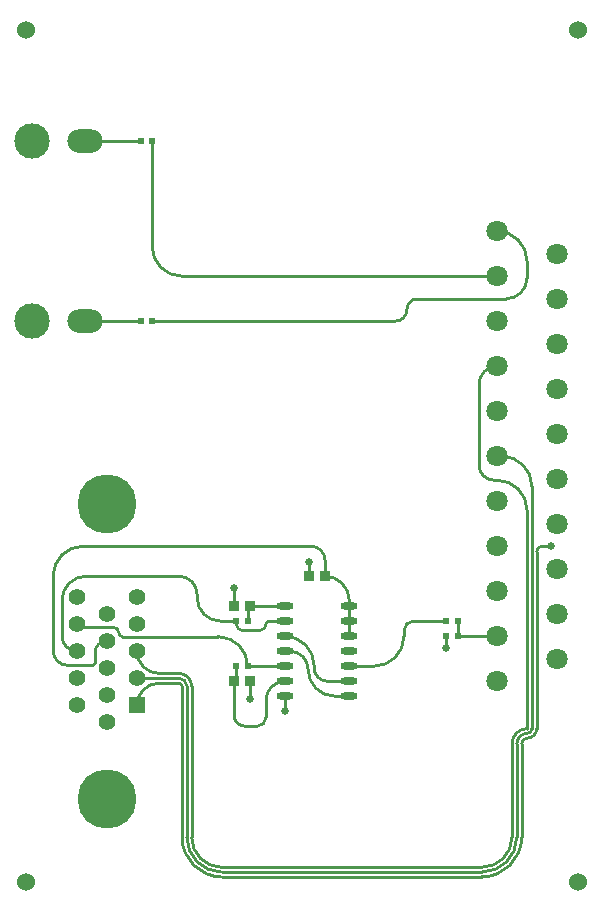
<source format=gtl>
G04*
G04 #@! TF.GenerationSoftware,Altium Limited,Altium Designer,18.1.7 (191)*
G04*
G04 Layer_Physical_Order=1*
G04 Layer_Color=255*
%FSLAX25Y25*%
%MOIN*%
G70*
G01*
G75*
%ADD27C,0.01000*%
%ADD28R,0.02165X0.02165*%
%ADD29R,0.03347X0.03740*%
%ADD30O,0.05709X0.02362*%
%ADD31R,0.05512X0.05512*%
%ADD32C,0.05512*%
%ADD33C,0.06000*%
%ADD34C,0.07087*%
%ADD35C,0.19685*%
%ADD36O,0.11811X0.07874*%
%ADD37C,0.11811*%
%ADD38C,0.02500*%
D27*
X94272Y75000D02*
G03*
X88000Y68728I0J-6272D01*
G01*
X85000Y60000D02*
G03*
X88000Y63000I0J3000D01*
G01*
X77342Y63657D02*
G03*
X81000Y60000I3658J0D01*
G01*
X77342Y75000D02*
G03*
X78130Y75787I0J787D01*
G01*
X27000Y120000D02*
G03*
X17000Y110000I0J-10000D01*
G01*
X115728Y101929D02*
G03*
X107658Y110000I-8071J0D01*
G01*
Y115342D02*
G03*
X103000Y120000I-4657J0D01*
G01*
X35000Y88504D02*
G03*
X31000Y84504I0J-4000D01*
G01*
X17000Y85272D02*
G03*
X22000Y80272I5000J0D01*
G01*
X30272D02*
G03*
X31000Y81000I0J728D01*
G01*
X175000Y215000D02*
G03*
X165000Y225000I-10000J0D01*
G01*
X168000Y202461D02*
G03*
X175000Y209461I0J7000D01*
G01*
X138461Y202461D02*
G03*
X135000Y199000I0J-3461D01*
G01*
X131000Y195000D02*
G03*
X135000Y199000I0J4000D01*
G01*
X50000Y220000D02*
G03*
X60000Y210000I10000J0D01*
G01*
X78130Y93870D02*
G03*
X80000Y92000I1870J0D01*
G01*
X65000Y104000D02*
G03*
X59000Y110000I-6000J0D01*
G01*
X65000Y102901D02*
G03*
X72901Y95000I7901J0D01*
G01*
X28000Y110000D02*
G03*
X20000Y102000I0J-8000D01*
G01*
Y90000D02*
G03*
X25000Y85000I5000J0D01*
G01*
X81870Y80000D02*
G03*
X72000Y89870I-9870J0D01*
G01*
X25000Y94016D02*
G03*
X26016Y93000I1016J0D01*
G01*
X39000Y91000D02*
G03*
X40130Y89870I1130J0D01*
G01*
X39000Y91000D02*
G03*
X37000Y93000I-2000J0D01*
G01*
X148130Y90000D02*
G03*
X148000Y89870I0J-130D01*
G01*
X137000Y95000D02*
G03*
X134000Y92000I0J-3000D01*
G01*
X124000Y80000D02*
G03*
X134000Y90000I0J10000D01*
G01*
X104000Y79488D02*
G03*
X108488Y75000I4488J0D01*
G01*
X104000Y80272D02*
G03*
X94272Y90000I-9728J0D01*
G01*
X102000Y79000D02*
G03*
X111000Y70000I9000J0D01*
G01*
X102000Y79000D02*
G03*
X96000Y85000I-6000J0D01*
G01*
X88984Y95000D02*
G03*
X88000Y94016I0J-984D01*
G01*
X85984Y92000D02*
G03*
X88000Y94016I0J2016D01*
G01*
X82657Y100000D02*
G03*
X81870Y99213I0J-787D01*
G01*
X180000Y120000D02*
G03*
X178200Y118200I0J-1800D01*
G01*
X165000Y180000D02*
G03*
X159000Y174000I0J-6000D01*
G01*
X175000Y132000D02*
G03*
X165000Y142000I-10000J0D01*
G01*
X159000Y147000D02*
G03*
X164000Y142000I5000J0D01*
G01*
X176600Y140000D02*
G03*
X166600Y150000I-10000J0D01*
G01*
X175000Y56000D02*
G03*
X178200Y59200I0J3200D01*
G01*
X175000Y56000D02*
G03*
X173200Y54200I0J-1800D01*
G01*
X160000Y9800D02*
G03*
X173200Y23000I0J13200D01*
G01*
X60000D02*
G03*
X73200Y9800I13200J0D01*
G01*
X60000Y73384D02*
G03*
X59000Y74384I-1000J0D01*
G01*
X52416D02*
G03*
X45000Y66969I0J-7416D01*
G01*
X175000Y57600D02*
G03*
X176600Y59200I0J1600D01*
G01*
X175000Y57600D02*
G03*
X171600Y54200I0J-3400D01*
G01*
X160000Y11400D02*
G03*
X171600Y23000I0J11600D01*
G01*
X61600D02*
G03*
X73200Y11400I11600J0D01*
G01*
X61600Y73384D02*
G03*
X59000Y75984I-2600J0D01*
G01*
X175000Y59200D02*
G03*
X170000Y54200I0J-5000D01*
G01*
X160000Y13000D02*
G03*
X170000Y23000I0J10000D01*
G01*
X63200D02*
G03*
X73200Y13000I10000J0D01*
G01*
X63200Y73384D02*
G03*
X59000Y77584I-4200J0D01*
G01*
X45000Y85000D02*
G03*
X52416Y77584I7416J0D01*
G01*
X27701Y195000D02*
X46260D01*
X88000Y63000D02*
Y68728D01*
X81000Y60000D02*
X85000D01*
X77342Y63657D02*
Y75000D01*
X17000Y85272D02*
Y110000D01*
X27000Y120000D02*
X103000D01*
X107658Y110000D02*
Y115342D01*
X31000Y81000D02*
Y84504D01*
X22000Y80272D02*
X30272D01*
X175000Y209461D02*
Y215000D01*
X138461Y202461D02*
X168000D01*
X50000Y195000D02*
X131000D01*
X60000Y210000D02*
X165000D01*
X50000Y220000D02*
Y255000D01*
X27701D02*
X46260D01*
X28000Y110000D02*
X59000D01*
X65000Y102901D02*
Y104000D01*
X78130Y93870D02*
Y95000D01*
X72901D02*
X78130D01*
X20000Y90000D02*
Y102000D01*
X40130Y89870D02*
X72000D01*
X81870Y80000D02*
X94272D01*
X26016Y93000D02*
X37000D01*
X148000Y86000D02*
Y89870D01*
X94272Y65000D02*
Y70000D01*
X102342Y110000D02*
Y114657D01*
X115728Y100000D02*
Y101929D01*
Y95000D02*
Y100000D01*
Y90000D02*
Y95000D01*
X151870Y90000D02*
X165000D01*
X151870D02*
Y95000D01*
X137000D02*
X148130D01*
X134000Y90000D02*
Y92000D01*
X115728Y80000D02*
X124000D01*
X108488Y75000D02*
X115728D01*
X104000Y79488D02*
Y80272D01*
X111000Y70000D02*
X115728D01*
X94272Y85000D02*
X96000D01*
X82657Y69000D02*
Y75000D01*
X78130Y75787D02*
Y80000D01*
X77342Y100000D02*
Y106000D01*
X88984Y95000D02*
X94272D01*
X80000Y92000D02*
X85984D01*
X81870Y95000D02*
Y99213D01*
X82657Y100000D02*
X94272D01*
X180000Y120000D02*
X183000D01*
X175000Y59200D02*
Y132000D01*
X159000Y147000D02*
Y174000D01*
X164000Y142000D02*
X165000D01*
X178200Y59200D02*
Y118200D01*
X176600Y59200D02*
Y140000D01*
X165000Y150000D02*
X166600D01*
X173200Y23000D02*
Y54200D01*
X73200Y9800D02*
X160000D01*
X60000Y23000D02*
Y73384D01*
X52416Y74384D02*
X59000D01*
X171600Y23000D02*
Y54200D01*
X73200Y11400D02*
X160000D01*
X61600Y23000D02*
Y73384D01*
X45000Y75984D02*
X59000D01*
X170000Y23000D02*
Y54200D01*
X73200Y13000D02*
X160000D01*
X63200Y23000D02*
Y73384D01*
X52416Y77584D02*
X59000D01*
D28*
X151870Y90000D02*
D03*
X148130D02*
D03*
Y95000D02*
D03*
X151870D02*
D03*
X81870Y80000D02*
D03*
X78130D02*
D03*
X50000Y195000D02*
D03*
X46260D02*
D03*
X50000Y255000D02*
D03*
X46260D02*
D03*
X78130Y95000D02*
D03*
X81870D02*
D03*
D29*
X77342Y75000D02*
D03*
X82657D02*
D03*
X102342Y110000D02*
D03*
X107658D02*
D03*
X77342Y100000D02*
D03*
X82657D02*
D03*
D30*
X94272D02*
D03*
Y95000D02*
D03*
Y90000D02*
D03*
Y85000D02*
D03*
Y80000D02*
D03*
Y75000D02*
D03*
Y70000D02*
D03*
X115728Y100000D02*
D03*
Y95000D02*
D03*
Y90000D02*
D03*
Y85000D02*
D03*
Y80000D02*
D03*
Y75000D02*
D03*
Y70000D02*
D03*
D31*
X45000Y66969D02*
D03*
D32*
Y75984D02*
D03*
Y85000D02*
D03*
X25000D02*
D03*
Y94016D02*
D03*
Y66969D02*
D03*
Y75984D02*
D03*
X45000Y94016D02*
D03*
X35000Y88504D02*
D03*
X25000Y103032D02*
D03*
X45000D02*
D03*
X35000Y61457D02*
D03*
Y70472D02*
D03*
Y79488D02*
D03*
Y97520D02*
D03*
D33*
X8000Y8000D02*
D03*
X192000D02*
D03*
Y292000D02*
D03*
X8000D02*
D03*
D34*
X165000Y225000D02*
D03*
Y210000D02*
D03*
Y180000D02*
D03*
Y195000D02*
D03*
Y135000D02*
D03*
Y120000D02*
D03*
Y150000D02*
D03*
Y165000D02*
D03*
Y105000D02*
D03*
Y75000D02*
D03*
Y90000D02*
D03*
X185000Y82461D02*
D03*
Y97461D02*
D03*
Y157461D02*
D03*
Y142461D02*
D03*
Y112461D02*
D03*
Y127461D02*
D03*
Y187461D02*
D03*
Y172461D02*
D03*
Y202461D02*
D03*
Y217461D02*
D03*
D35*
X35000Y35807D02*
D03*
Y134193D02*
D03*
D36*
X27701Y195000D02*
D03*
Y255000D02*
D03*
D37*
X10000Y195000D02*
D03*
Y255000D02*
D03*
D38*
X148000Y86000D02*
D03*
X94272Y65000D02*
D03*
X102342Y114657D02*
D03*
X82657Y69000D02*
D03*
X77342Y106000D02*
D03*
X183000Y120000D02*
D03*
M02*

</source>
